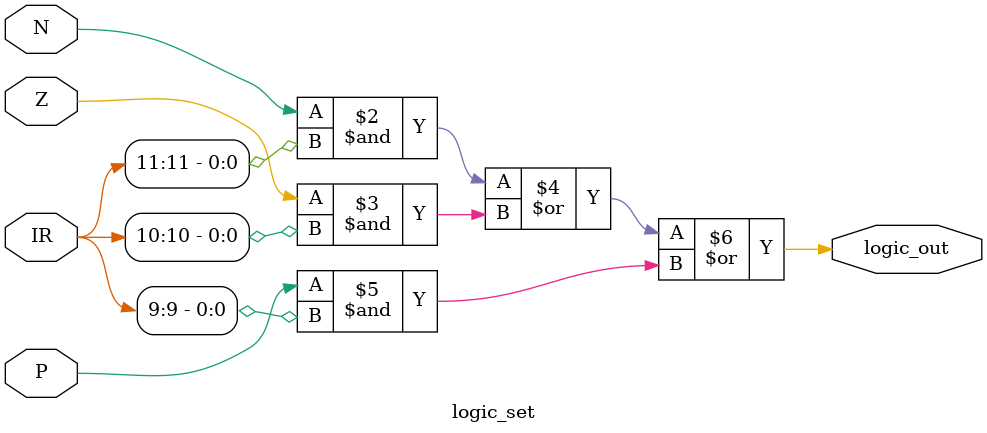
<source format=sv>
module logic_set (
                        input logic N, Z, P,
                        input logic [15:0] IR,

                        output logic logic_out);


                always_comb begin
                    logic_out = N & IR[11] | Z & IR[10] | P & IR[9];
                end
endmodule


</source>
